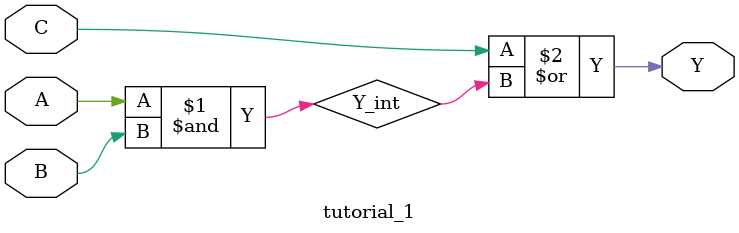
<source format=v>


module tutorial_1(
	A,
	B,
	C,
	Y
);


input wire	A;
input wire	B;
input wire	C;
output wire	Y;

wire	Y_int;




assign	Y_int = A & B;

assign	Y = C | Y_int;


endmodule

</source>
